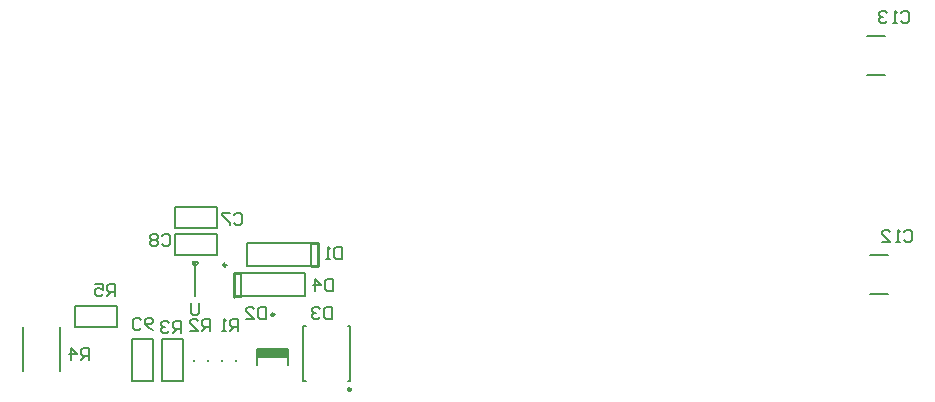
<source format=gbo>
G04 Layer_Color=32896*
%FSLAX25Y25*%
%MOIN*%
G70*
G01*
G75*
%ADD54C,0.00787*%
%ADD57C,0.01000*%
%ADD60C,0.00500*%
%ADD63C,0.00800*%
%ADD97C,0.00984*%
%ADD98R,0.10236X0.03062*%
D54*
X364250Y261870D02*
G03*
X366120Y261870I935J0D01*
G01*
X385882Y232862D02*
X396118D01*
Y227602D02*
Y232862D01*
X385882Y232862D02*
X385882Y232862D01*
X385882Y227602D02*
Y232862D01*
X416874Y222445D02*
Y240555D01*
X401126Y222445D02*
Y240555D01*
X415974Y222445D02*
X416874D01*
X415974Y240555D02*
X416874D01*
X401126Y222445D02*
X402026D01*
X401126Y240555D02*
X402026D01*
X382370Y260563D02*
Y264500D01*
Y260563D02*
X403630D01*
Y268437D01*
X382370D02*
X403630D01*
X382370Y264500D02*
Y268437D01*
X401630Y254500D02*
Y258437D01*
X380370D02*
X401630D01*
X380370Y250563D02*
Y258437D01*
Y250563D02*
X401630D01*
Y254500D01*
X307898Y225716D02*
Y240283D01*
X320102Y225716D02*
Y240283D01*
X365146Y250650D02*
Y261870D01*
Y250650D02*
X365224D01*
Y261870D01*
X364250D02*
X365224D01*
X365146D02*
X366120D01*
X589047Y337496D02*
X594953D01*
X589047Y324504D02*
X594953D01*
X590047Y264496D02*
X595953D01*
X590047Y251504D02*
X595953D01*
X374138Y229063D02*
Y229457D01*
X378862Y229063D02*
Y229457D01*
X364638Y229063D02*
Y229457D01*
X369362Y229063D02*
Y229457D01*
D57*
X375500Y261000D02*
G03*
X375500Y261000I-500J0D01*
G01*
X403630Y268437D02*
X405937D01*
X406000Y268500D01*
Y260626D02*
Y268500D01*
X405937Y260563D02*
X406000Y260626D01*
X403630Y260563D02*
X405937D01*
X378063Y250563D02*
X380370D01*
X378000Y250500D02*
X378063Y250563D01*
X378000Y250500D02*
Y258374D01*
X378063Y258437D01*
X380370D01*
D60*
X358500Y271500D02*
X372500D01*
X358500Y264500D02*
X372500Y264500D01*
X358500Y264500D02*
Y271500D01*
X372500D02*
X372500Y264500D01*
X358500Y280500D02*
X372500D01*
X358500Y273500D02*
X372500Y273500D01*
X358500Y273500D02*
Y280500D01*
X372500D02*
X372500Y273500D01*
X339000Y247500D02*
X339000Y240500D01*
X325000Y240500D02*
Y247500D01*
Y240500D02*
X339000Y240500D01*
X325000Y247500D02*
X339000D01*
X354000Y222260D02*
Y236260D01*
X361000Y222260D02*
X361000Y236260D01*
X354000Y222260D02*
X361000D01*
X354000Y236260D02*
X361000Y236260D01*
X351000Y222260D02*
Y236260D01*
X344000Y222260D02*
X344000Y236260D01*
X351000D01*
X344000Y222260D02*
X351000Y222260D01*
D63*
X338400Y250600D02*
Y254599D01*
X336401D01*
X335734Y253932D01*
Y252599D01*
X336401Y251933D01*
X338400D01*
X337067D02*
X335734Y250600D01*
X331735Y254599D02*
X334401D01*
Y252599D01*
X333068Y253266D01*
X332402D01*
X331735Y252599D01*
Y251266D01*
X332402Y250600D01*
X333735D01*
X334401Y251266D01*
X347166Y239928D02*
X346499Y239261D01*
X345166D01*
X344500Y239928D01*
Y242593D01*
X345166Y243260D01*
X346499D01*
X347166Y242593D01*
X351165Y239261D02*
X349832Y239928D01*
X348499Y241261D01*
Y242593D01*
X349165Y243260D01*
X350498D01*
X351165Y242593D01*
Y241927D01*
X350498Y241261D01*
X348499D01*
X377919Y277850D02*
X378585Y278517D01*
X379918D01*
X380585Y277850D01*
Y275185D01*
X379918Y274518D01*
X378585D01*
X377919Y275185D01*
X376586Y278517D02*
X373920D01*
Y277850D01*
X376586Y275185D01*
Y274518D01*
X354148Y270610D02*
X354814Y271277D01*
X356147D01*
X356813Y270610D01*
Y267945D01*
X356147Y267278D01*
X354814D01*
X354148Y267945D01*
X352815Y270610D02*
X352148Y271277D01*
X350815D01*
X350149Y270610D01*
Y269944D01*
X350815Y269278D01*
X350149Y268611D01*
Y267945D01*
X350815Y267278D01*
X352148D01*
X352815Y267945D01*
Y268611D01*
X352148Y269278D01*
X352815Y269944D01*
Y270610D01*
X352148Y269278D02*
X350815D01*
X601434Y272132D02*
X602101Y272799D01*
X603434D01*
X604100Y272132D01*
Y269466D01*
X603434Y268800D01*
X602101D01*
X601434Y269466D01*
X600101Y268800D02*
X598768D01*
X599435D01*
Y272799D01*
X600101Y272132D01*
X594103Y268800D02*
X596769D01*
X594103Y271466D01*
Y272132D01*
X594770Y272799D01*
X596103D01*
X596769Y272132D01*
X600434Y345132D02*
X601101Y345799D01*
X602434D01*
X603100Y345132D01*
Y342466D01*
X602434Y341800D01*
X601101D01*
X600434Y342466D01*
X599101Y341800D02*
X597768D01*
X598435D01*
Y345799D01*
X599101Y345132D01*
X595769D02*
X595103Y345799D01*
X593770D01*
X593103Y345132D01*
Y344466D01*
X593770Y343799D01*
X594436D01*
X593770D01*
X593103Y343133D01*
Y342466D01*
X593770Y341800D01*
X595103D01*
X595769Y342466D01*
X414000Y266999D02*
Y263000D01*
X412001D01*
X411334Y263666D01*
Y266332D01*
X412001Y266999D01*
X414000D01*
X410001Y263000D02*
X408668D01*
X409335D01*
Y266999D01*
X410001Y266332D01*
X388849Y246919D02*
Y242920D01*
X386849D01*
X386183Y243586D01*
Y246252D01*
X386849Y246919D01*
X388849D01*
X382184Y242920D02*
X384850D01*
X382184Y245586D01*
Y246252D01*
X382851Y246919D01*
X384184D01*
X384850Y246252D01*
X410579Y247095D02*
Y243097D01*
X408580D01*
X407913Y243763D01*
Y246429D01*
X408580Y247095D01*
X410579D01*
X406580Y246429D02*
X405914Y247095D01*
X404581D01*
X403914Y246429D01*
Y245762D01*
X404581Y245096D01*
X405247D01*
X404581D01*
X403914Y244430D01*
Y243763D01*
X404581Y243097D01*
X405914D01*
X406580Y243763D01*
X411000Y256499D02*
Y252500D01*
X409001D01*
X408334Y253166D01*
Y255832D01*
X409001Y256499D01*
X411000D01*
X405002Y252500D02*
Y256499D01*
X407001Y254499D01*
X404335D01*
X379500Y238860D02*
Y242859D01*
X377501D01*
X376834Y242192D01*
Y240859D01*
X377501Y240193D01*
X379500D01*
X378167D02*
X376834Y238860D01*
X375501D02*
X374168D01*
X374835D01*
Y242859D01*
X375501Y242192D01*
X370000Y238860D02*
Y242859D01*
X368001D01*
X367334Y242192D01*
Y240859D01*
X368001Y240193D01*
X370000D01*
X368667D02*
X367334Y238860D01*
X363335D02*
X366001D01*
X363335Y241526D01*
Y242192D01*
X364002Y242859D01*
X365335D01*
X366001Y242192D01*
X360500Y238500D02*
Y242499D01*
X358501D01*
X357834Y241832D01*
Y240499D01*
X358501Y239833D01*
X360500D01*
X359167D02*
X357834Y238500D01*
X356501Y241832D02*
X355835Y242499D01*
X354502D01*
X353836Y241832D01*
Y241166D01*
X354502Y240499D01*
X355168D01*
X354502D01*
X353836Y239833D01*
Y239166D01*
X354502Y238500D01*
X355835D01*
X356501Y239166D01*
X329580Y229498D02*
Y233497D01*
X327581D01*
X326914Y232830D01*
Y231497D01*
X327581Y230831D01*
X329580D01*
X328247D02*
X326914Y229498D01*
X323582D02*
Y233497D01*
X325581Y231497D01*
X322915D01*
X366500Y248499D02*
Y245166D01*
X365834Y244500D01*
X364501D01*
X363834Y245166D01*
Y248499D01*
D97*
X391492Y244476D02*
G03*
X391492Y244476I-492J0D01*
G01*
X417057Y219533D02*
G03*
X417057Y219533I-492J0D01*
G01*
D98*
X390998Y231237D02*
D03*
M02*

</source>
